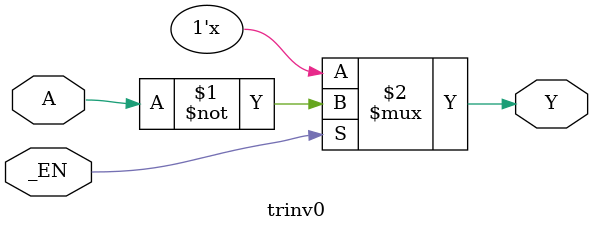
<source format=v>

module trinv0 (Y, A, _EN);
    output Y;
    input A;
    input _EN;

notif0 (Y, A, _EN);

endmodule

</source>
